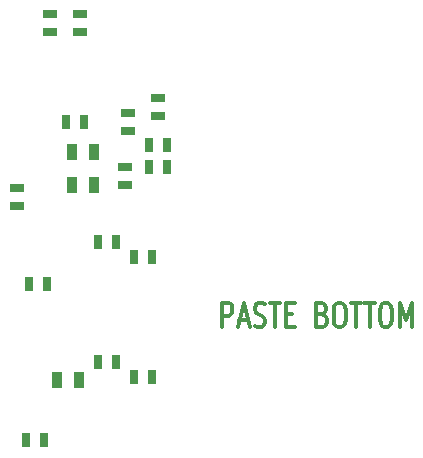
<source format=gbp>
G04 (created by PCBNEW-RS274X (2012-01-19 BZR 3256)-stable) date 12/5/2012 8:15:46 PM*
G01*
G70*
G90*
%MOIN*%
G04 Gerber Fmt 3.4, Leading zero omitted, Abs format*
%FSLAX34Y34*%
G04 APERTURE LIST*
%ADD10C,0.006000*%
%ADD11C,0.012000*%
%ADD12R,0.025000X0.045000*%
%ADD13R,0.045000X0.025000*%
%ADD14R,0.035000X0.055000*%
G04 APERTURE END LIST*
G54D10*
G54D11*
X71143Y-41324D02*
X71143Y-40524D01*
X71371Y-40524D01*
X71429Y-40562D01*
X71457Y-40600D01*
X71486Y-40676D01*
X71486Y-40790D01*
X71457Y-40867D01*
X71429Y-40905D01*
X71371Y-40943D01*
X71143Y-40943D01*
X71714Y-41095D02*
X72000Y-41095D01*
X71657Y-41324D02*
X71857Y-40524D01*
X72057Y-41324D01*
X72228Y-41286D02*
X72314Y-41324D01*
X72457Y-41324D01*
X72514Y-41286D01*
X72543Y-41248D01*
X72571Y-41171D01*
X72571Y-41095D01*
X72543Y-41019D01*
X72514Y-40981D01*
X72457Y-40943D01*
X72343Y-40905D01*
X72285Y-40867D01*
X72257Y-40829D01*
X72228Y-40752D01*
X72228Y-40676D01*
X72257Y-40600D01*
X72285Y-40562D01*
X72343Y-40524D01*
X72485Y-40524D01*
X72571Y-40562D01*
X72742Y-40524D02*
X73085Y-40524D01*
X72914Y-41324D02*
X72914Y-40524D01*
X73285Y-40905D02*
X73485Y-40905D01*
X73571Y-41324D02*
X73285Y-41324D01*
X73285Y-40524D01*
X73571Y-40524D01*
X74485Y-40905D02*
X74571Y-40943D01*
X74599Y-40981D01*
X74628Y-41057D01*
X74628Y-41171D01*
X74599Y-41248D01*
X74571Y-41286D01*
X74513Y-41324D01*
X74285Y-41324D01*
X74285Y-40524D01*
X74485Y-40524D01*
X74542Y-40562D01*
X74571Y-40600D01*
X74599Y-40676D01*
X74599Y-40752D01*
X74571Y-40829D01*
X74542Y-40867D01*
X74485Y-40905D01*
X74285Y-40905D01*
X74999Y-40524D02*
X75113Y-40524D01*
X75171Y-40562D01*
X75228Y-40638D01*
X75256Y-40790D01*
X75256Y-41057D01*
X75228Y-41210D01*
X75171Y-41286D01*
X75113Y-41324D01*
X74999Y-41324D01*
X74942Y-41286D01*
X74885Y-41210D01*
X74856Y-41057D01*
X74856Y-40790D01*
X74885Y-40638D01*
X74942Y-40562D01*
X74999Y-40524D01*
X75428Y-40524D02*
X75771Y-40524D01*
X75600Y-41324D02*
X75600Y-40524D01*
X75885Y-40524D02*
X76228Y-40524D01*
X76057Y-41324D02*
X76057Y-40524D01*
X76542Y-40524D02*
X76656Y-40524D01*
X76714Y-40562D01*
X76771Y-40638D01*
X76799Y-40790D01*
X76799Y-41057D01*
X76771Y-41210D01*
X76714Y-41286D01*
X76656Y-41324D01*
X76542Y-41324D01*
X76485Y-41286D01*
X76428Y-41210D01*
X76399Y-41057D01*
X76399Y-40790D01*
X76428Y-40638D01*
X76485Y-40562D01*
X76542Y-40524D01*
X77057Y-41324D02*
X77057Y-40524D01*
X77257Y-41095D01*
X77457Y-40524D01*
X77457Y-41324D01*
G54D12*
X65300Y-39900D03*
X64700Y-39900D03*
X67000Y-38500D03*
X67600Y-38500D03*
G54D13*
X66400Y-31500D03*
X66400Y-30900D03*
X65400Y-31500D03*
X65400Y-30900D03*
X64300Y-36700D03*
X64300Y-37300D03*
G54D12*
X64600Y-45100D03*
X65200Y-45100D03*
X67000Y-42500D03*
X67600Y-42500D03*
G54D13*
X69000Y-34300D03*
X69000Y-33700D03*
G54D14*
X65625Y-43100D03*
X66375Y-43100D03*
X66875Y-35500D03*
X66125Y-35500D03*
X66875Y-36600D03*
X66125Y-36600D03*
G54D12*
X68200Y-39000D03*
X68800Y-39000D03*
X68200Y-43000D03*
X68800Y-43000D03*
X66550Y-34500D03*
X65950Y-34500D03*
G54D13*
X67900Y-36600D03*
X67900Y-36000D03*
G54D12*
X68700Y-35250D03*
X69300Y-35250D03*
G54D13*
X68000Y-34800D03*
X68000Y-34200D03*
G54D12*
X68700Y-36000D03*
X69300Y-36000D03*
M02*

</source>
